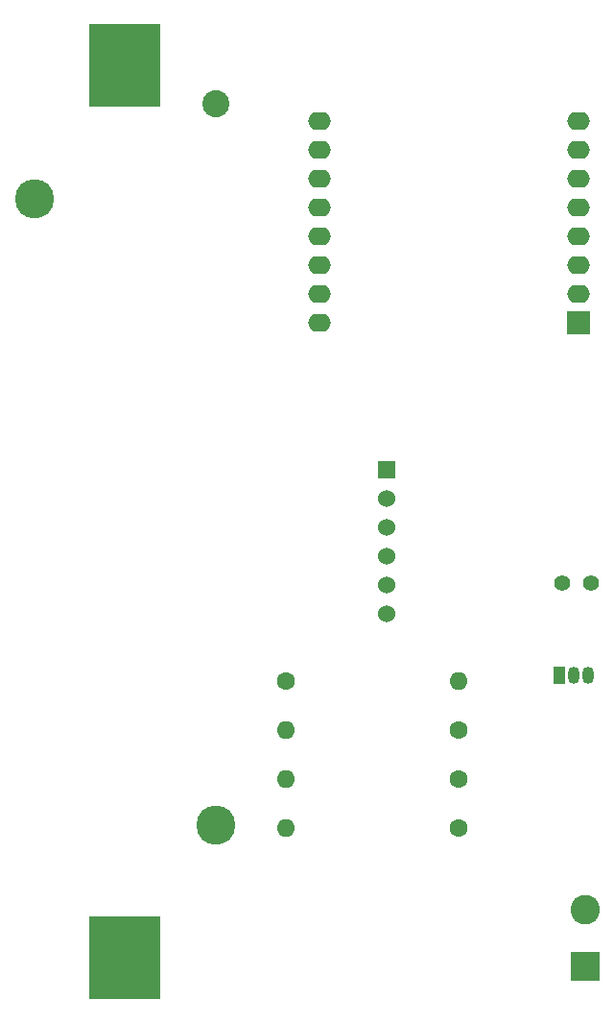
<source format=gbr>
%TF.GenerationSoftware,KiCad,Pcbnew,5.1.12-84ad8e8a86~92~ubuntu16.04.1*%
%TF.CreationDate,2023-10-16T18:07:55-03:00*%
%TF.ProjectId,BlackBox,426c6163-6b42-46f7-982e-6b696361645f,rev?*%
%TF.SameCoordinates,Original*%
%TF.FileFunction,Soldermask,Top*%
%TF.FilePolarity,Negative*%
%FSLAX46Y46*%
G04 Gerber Fmt 4.6, Leading zero omitted, Abs format (unit mm)*
G04 Created by KiCad (PCBNEW 5.1.12-84ad8e8a86~92~ubuntu16.04.1) date 2023-10-16 18:07:55*
%MOMM*%
%LPD*%
G01*
G04 APERTURE LIST*
%ADD10R,1.050000X1.500000*%
%ADD11O,1.050000X1.500000*%
%ADD12O,1.600000X1.600000*%
%ADD13C,1.600000*%
%ADD14R,1.524000X1.524000*%
%ADD15C,1.524000*%
%ADD16R,6.350000X7.340000*%
%ADD17C,3.450000*%
%ADD18C,2.390000*%
%ADD19C,1.400000*%
%ADD20R,2.600000X2.600000*%
%ADD21C,2.600000*%
%ADD22O,2.000000X1.600000*%
%ADD23R,2.000000X2.000000*%
G04 APERTURE END LIST*
D10*
%TO.C,U2*%
X154686000Y-119634000D03*
D11*
X157226000Y-119634000D03*
X155956000Y-119634000D03*
%TD*%
D12*
%TO.C,R3*%
X145780000Y-120142000D03*
D13*
X130540000Y-120142000D03*
%TD*%
D12*
%TO.C,R2*%
X130540000Y-124460000D03*
D13*
X145780000Y-124460000D03*
%TD*%
D12*
%TO.C,R1*%
X130540000Y-128778000D03*
D13*
X145780000Y-128778000D03*
%TD*%
D14*
%TO.C,A1*%
X139440000Y-101470000D03*
D15*
X139440000Y-104010000D03*
X139440000Y-106550000D03*
X139440000Y-109090000D03*
X139440000Y-111630000D03*
X139440000Y-114170000D03*
%TD*%
D16*
%TO.C,BT1*%
X116360000Y-65880000D03*
X116360000Y-144540000D03*
D17*
X124360000Y-132810000D03*
X108360000Y-77610000D03*
D18*
X124360000Y-69280000D03*
%TD*%
D19*
%TO.C,C1*%
X157480000Y-111506000D03*
X154980000Y-111506000D03*
%TD*%
D13*
%TO.C,R4*%
X145780000Y-133096000D03*
D12*
X130540000Y-133096000D03*
%TD*%
D20*
%TO.C,SW1*%
X156972000Y-145288000D03*
D21*
X156972000Y-140288000D03*
%TD*%
D22*
%TO.C,U1*%
X156410000Y-86030000D03*
D23*
X156410000Y-88570000D03*
D22*
X156410000Y-83490000D03*
X156410000Y-80950000D03*
X156410000Y-78410000D03*
X156410000Y-75870000D03*
X156410000Y-73330000D03*
X156410000Y-70790000D03*
X133550000Y-70790000D03*
X133550000Y-73330000D03*
X133550000Y-75870000D03*
X133550000Y-78410000D03*
X133550000Y-80950000D03*
X133550000Y-83490000D03*
X133550000Y-86030000D03*
X133550000Y-88570000D03*
%TD*%
M02*

</source>
